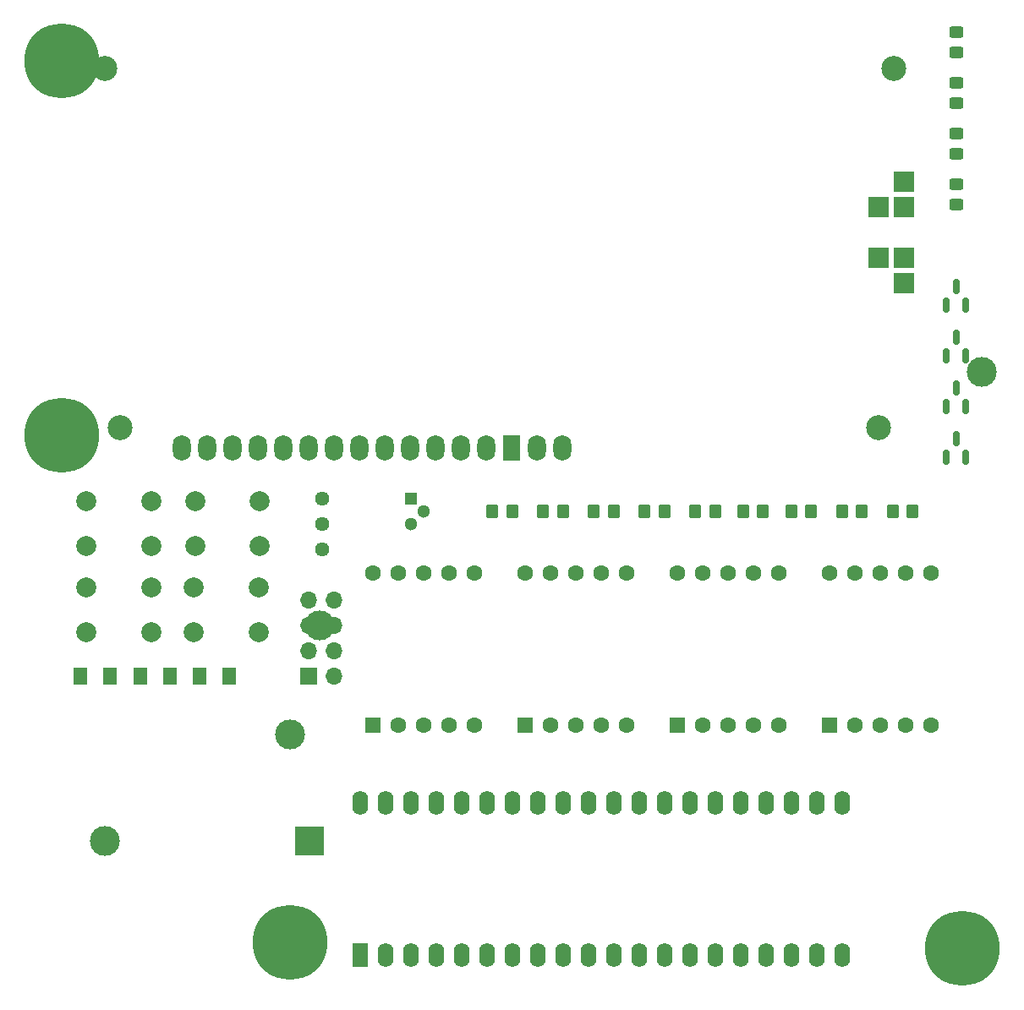
<source format=gbr>
G04 #@! TF.GenerationSoftware,KiCad,Pcbnew,(6.0.8)*
G04 #@! TF.CreationDate,2024-09-25T21:25:08-03:00*
G04 #@! TF.ProjectId,Projeto_01,50726f6a-6574-46f5-9f30-312e6b696361,rev?*
G04 #@! TF.SameCoordinates,Original*
G04 #@! TF.FileFunction,Soldermask,Top*
G04 #@! TF.FilePolarity,Negative*
%FSLAX46Y46*%
G04 Gerber Fmt 4.6, Leading zero omitted, Abs format (unit mm)*
G04 Created by KiCad (PCBNEW (6.0.8)) date 2024-09-25 21:25:08*
%MOMM*%
%LPD*%
G01*
G04 APERTURE LIST*
G04 Aperture macros list*
%AMRoundRect*
0 Rectangle with rounded corners*
0 $1 Rounding radius*
0 $2 $3 $4 $5 $6 $7 $8 $9 X,Y pos of 4 corners*
0 Add a 4 corners polygon primitive as box body*
4,1,4,$2,$3,$4,$5,$6,$7,$8,$9,$2,$3,0*
0 Add four circle primitives for the rounded corners*
1,1,$1+$1,$2,$3*
1,1,$1+$1,$4,$5*
1,1,$1+$1,$6,$7*
1,1,$1+$1,$8,$9*
0 Add four rect primitives between the rounded corners*
20,1,$1+$1,$2,$3,$4,$5,0*
20,1,$1+$1,$4,$5,$6,$7,0*
20,1,$1+$1,$6,$7,$8,$9,0*
20,1,$1+$1,$8,$9,$2,$3,0*%
G04 Aperture macros list end*
%ADD10C,3.000000*%
%ADD11RoundRect,0.250000X-0.350000X-0.450000X0.350000X-0.450000X0.350000X0.450000X-0.350000X0.450000X0*%
%ADD12RoundRect,0.250000X0.450000X-0.325000X0.450000X0.325000X-0.450000X0.325000X-0.450000X-0.325000X0*%
%ADD13C,2.000000*%
%ADD14C,7.500000*%
%ADD15C,4.700000*%
%ADD16RoundRect,0.250001X-0.462499X-0.624999X0.462499X-0.624999X0.462499X0.624999X-0.462499X0.624999X0*%
%ADD17RoundRect,0.150000X0.150000X-0.587500X0.150000X0.587500X-0.150000X0.587500X-0.150000X-0.587500X0*%
%ADD18R,1.600000X1.600000*%
%ADD19C,1.600000*%
%ADD20R,3.000000X3.000000*%
%ADD21R,1.600000X2.400000*%
%ADD22O,1.600000X2.400000*%
%ADD23C,1.440000*%
%ADD24C,2.500000*%
%ADD25R,1.800000X2.600000*%
%ADD26O,1.800000X2.600000*%
%ADD27R,2.000000X2.000000*%
%ADD28R,1.700000X1.700000*%
%ADD29O,1.700000X1.700000*%
%ADD30R,1.300000X1.300000*%
%ADD31C,1.300000*%
G04 APERTURE END LIST*
D10*
G04 #@! TO.C,FID1*
X194945000Y-107442000D03*
G04 #@! TD*
D11*
G04 #@! TO.C,R9*
X235490000Y-85090000D03*
X237490000Y-85090000D03*
G04 #@! TD*
G04 #@! TO.C,R7*
X225330000Y-85090000D03*
X227330000Y-85090000D03*
G04 #@! TD*
D12*
G04 #@! TO.C,D3*
X261620000Y-49285000D03*
X261620000Y-47235000D03*
G04 #@! TD*
D13*
G04 #@! TO.C,SW2*
X174550000Y-97210000D03*
X181050000Y-97210000D03*
X181050000Y-92710000D03*
X174550000Y-92710000D03*
G04 #@! TD*
D14*
G04 #@! TO.C,H3*
X172085000Y-40005000D03*
D15*
X172085000Y-40005000D03*
G04 #@! TD*
D10*
G04 #@! TO.C,FID2*
X197866000Y-96520000D03*
G04 #@! TD*
D16*
G04 #@! TO.C,D6*
X185895000Y-101600000D03*
X188870000Y-101600000D03*
G04 #@! TD*
D11*
G04 #@! TO.C,R1*
X215170000Y-85090000D03*
X217170000Y-85090000D03*
G04 #@! TD*
G04 #@! TO.C,R2*
X245110000Y-85090000D03*
X247110000Y-85090000D03*
G04 #@! TD*
G04 #@! TO.C,R6*
X220250000Y-85090000D03*
X222250000Y-85090000D03*
G04 #@! TD*
D17*
G04 #@! TO.C,Q1*
X260670000Y-64437500D03*
X262570000Y-64437500D03*
X261620000Y-62562500D03*
G04 #@! TD*
G04 #@! TO.C,Q3*
X260670000Y-74597500D03*
X262570000Y-74597500D03*
X261620000Y-72722500D03*
G04 #@! TD*
D11*
G04 #@! TO.C,R5*
X240300000Y-85090000D03*
X242300000Y-85090000D03*
G04 #@! TD*
D14*
G04 #@! TO.C,H4*
X172085000Y-77470000D03*
D15*
X172085000Y-77470000D03*
G04 #@! TD*
D18*
G04 #@! TO.C,U3*
X233680000Y-106557500D03*
D19*
X236220000Y-106557500D03*
X238760000Y-106557500D03*
X241300000Y-106557500D03*
X243840000Y-106557500D03*
X243840000Y-91317500D03*
X241300000Y-91317500D03*
X238760000Y-91317500D03*
X236220000Y-91317500D03*
X233680000Y-91317500D03*
G04 #@! TD*
D16*
G04 #@! TO.C,D5*
X179905000Y-101600000D03*
X182880000Y-101600000D03*
G04 #@! TD*
G04 #@! TO.C,D7*
X173915000Y-101600000D03*
X176890000Y-101600000D03*
G04 #@! TD*
D18*
G04 #@! TO.C,U4*
X248920000Y-106557500D03*
D19*
X251460000Y-106557500D03*
X254000000Y-106557500D03*
X256540000Y-106557500D03*
X259080000Y-106557500D03*
X259080000Y-91317500D03*
X256540000Y-91317500D03*
X254000000Y-91317500D03*
X251460000Y-91317500D03*
X248920000Y-91317500D03*
G04 #@! TD*
D12*
G04 #@! TO.C,D4*
X261620000Y-54365000D03*
X261620000Y-52315000D03*
G04 #@! TD*
D14*
G04 #@! TO.C,H2*
X262255000Y-128905000D03*
D15*
X262255000Y-128905000D03*
G04 #@! TD*
D13*
G04 #@! TO.C,SW1*
X174550000Y-88610000D03*
X181050000Y-88610000D03*
X174550000Y-84110000D03*
X181050000Y-84110000D03*
G04 #@! TD*
D11*
G04 #@! TO.C,R4*
X255270000Y-85090000D03*
X257270000Y-85090000D03*
G04 #@! TD*
D13*
G04 #@! TO.C,SW3*
X191920000Y-88610000D03*
X185420000Y-88610000D03*
X191920000Y-84110000D03*
X185420000Y-84110000D03*
G04 #@! TD*
D18*
G04 #@! TO.C,U2*
X218440000Y-106557500D03*
D19*
X220980000Y-106557500D03*
X223520000Y-106557500D03*
X226060000Y-106557500D03*
X228600000Y-106557500D03*
X228600000Y-91317500D03*
X226060000Y-91317500D03*
X223520000Y-91317500D03*
X220980000Y-91317500D03*
X218440000Y-91317500D03*
G04 #@! TD*
D18*
G04 #@! TO.C,U1*
X203200000Y-106557500D03*
D19*
X205740000Y-106557500D03*
X208280000Y-106557500D03*
X210820000Y-106557500D03*
X213360000Y-106557500D03*
X213360000Y-91317500D03*
X210820000Y-91317500D03*
X208280000Y-91317500D03*
X205740000Y-91317500D03*
X203200000Y-91317500D03*
G04 #@! TD*
D20*
G04 #@! TO.C,BT1*
X196850000Y-118110000D03*
D10*
X176360000Y-118110000D03*
G04 #@! TD*
D21*
G04 #@! TO.C,U5*
X201940000Y-129520000D03*
D22*
X204480000Y-129520000D03*
X207020000Y-129520000D03*
X209560000Y-129520000D03*
X212100000Y-129520000D03*
X214640000Y-129520000D03*
X217180000Y-129520000D03*
X219720000Y-129520000D03*
X222260000Y-129520000D03*
X224800000Y-129520000D03*
X227340000Y-129520000D03*
X229880000Y-129520000D03*
X232420000Y-129520000D03*
X234960000Y-129520000D03*
X237500000Y-129520000D03*
X240040000Y-129520000D03*
X242580000Y-129520000D03*
X245120000Y-129520000D03*
X247660000Y-129520000D03*
X250200000Y-129520000D03*
X250200000Y-114280000D03*
X247660000Y-114280000D03*
X245120000Y-114280000D03*
X242580000Y-114280000D03*
X240040000Y-114280000D03*
X237500000Y-114280000D03*
X234960000Y-114280000D03*
X232420000Y-114280000D03*
X229880000Y-114280000D03*
X227340000Y-114280000D03*
X224800000Y-114280000D03*
X222260000Y-114280000D03*
X219720000Y-114280000D03*
X217180000Y-114280000D03*
X214640000Y-114280000D03*
X212100000Y-114280000D03*
X209560000Y-114280000D03*
X207020000Y-114280000D03*
X204480000Y-114280000D03*
X201940000Y-114280000D03*
G04 #@! TD*
D12*
G04 #@! TO.C,D2*
X261620000Y-44205000D03*
X261620000Y-42155000D03*
G04 #@! TD*
D15*
G04 #@! TO.C,H1*
X194945000Y-128270000D03*
D14*
X194945000Y-128270000D03*
G04 #@! TD*
D13*
G04 #@! TO.C,SW4*
X185270000Y-97210000D03*
X191770000Y-97210000D03*
X191770000Y-92710000D03*
X185270000Y-92710000D03*
G04 #@! TD*
D23*
G04 #@! TO.C,RV1*
X198120000Y-83820000D03*
X198120000Y-86360000D03*
X198120000Y-88900000D03*
G04 #@! TD*
D24*
G04 #@! TO.C,DS1*
X253900000Y-76740000D03*
X176400000Y-40740000D03*
X177900000Y-76740000D03*
X255400000Y-40740000D03*
D25*
X217120000Y-78740000D03*
D26*
X214580000Y-78740000D03*
X212040000Y-78740000D03*
X209500000Y-78740000D03*
X206960000Y-78740000D03*
X204420000Y-78740000D03*
X201880000Y-78740000D03*
X199340000Y-78740000D03*
X196800000Y-78740000D03*
X194260000Y-78740000D03*
X191720000Y-78740000D03*
X189180000Y-78740000D03*
X186634920Y-78737460D03*
X184100000Y-78740000D03*
X222200000Y-78740000D03*
X219654920Y-78737460D03*
D27*
X253860000Y-54600000D03*
X256400000Y-52060000D03*
X256400000Y-54600000D03*
X256400000Y-59680000D03*
X256400000Y-62220000D03*
X253860000Y-59680000D03*
G04 #@! TD*
D10*
G04 #@! TO.C,FID3*
X264160000Y-71120000D03*
G04 #@! TD*
D28*
G04 #@! TO.C,J1*
X196830000Y-101590000D03*
D29*
X199370000Y-101590000D03*
X196830000Y-99050000D03*
X199370000Y-99050000D03*
X196830000Y-96510000D03*
X199370000Y-96510000D03*
X196830000Y-93970000D03*
X199370000Y-93970000D03*
G04 #@! TD*
D17*
G04 #@! TO.C,Q4*
X260670000Y-79677500D03*
X262570000Y-79677500D03*
X261620000Y-77802500D03*
G04 #@! TD*
G04 #@! TO.C,Q2*
X260670000Y-69517500D03*
X262570000Y-69517500D03*
X261620000Y-67642500D03*
G04 #@! TD*
D11*
G04 #@! TO.C,R3*
X250190000Y-85090000D03*
X252190000Y-85090000D03*
G04 #@! TD*
D12*
G04 #@! TO.C,D1*
X261620000Y-39125000D03*
X261620000Y-37075000D03*
G04 #@! TD*
D11*
G04 #@! TO.C,R8*
X230410000Y-85090000D03*
X232410000Y-85090000D03*
G04 #@! TD*
D30*
G04 #@! TO.C,U6*
X207010000Y-83820000D03*
D31*
X208280000Y-85090000D03*
X207010000Y-86360000D03*
G04 #@! TD*
M02*

</source>
